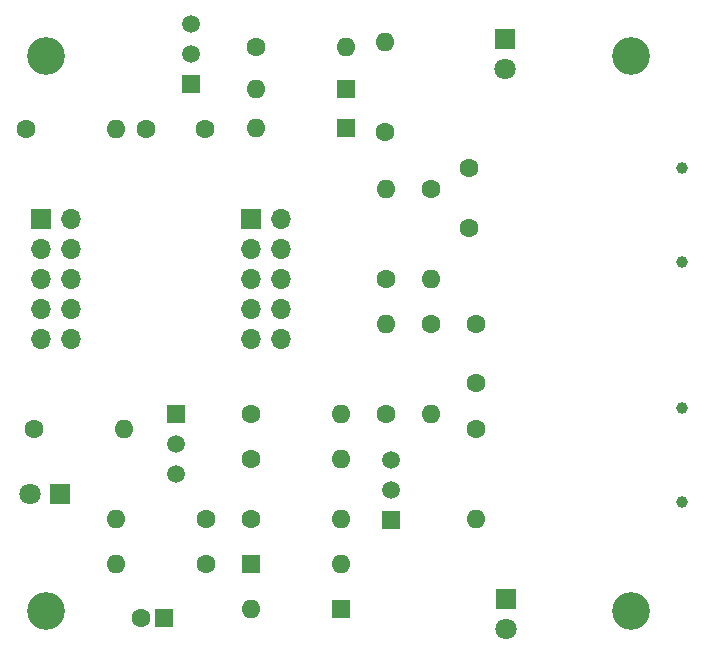
<source format=gbr>
%TF.GenerationSoftware,KiCad,Pcbnew,(6.0.2)*%
%TF.CreationDate,2022-06-24T04:05:14-05:00*%
%TF.ProjectId,ExtCard,45787443-6172-4642-9e6b-696361645f70,rev?*%
%TF.SameCoordinates,Original*%
%TF.FileFunction,Soldermask,Bot*%
%TF.FilePolarity,Negative*%
%FSLAX46Y46*%
G04 Gerber Fmt 4.6, Leading zero omitted, Abs format (unit mm)*
G04 Created by KiCad (PCBNEW (6.0.2)) date 2022-06-24 04:05:14*
%MOMM*%
%LPD*%
G01*
G04 APERTURE LIST*
%ADD10R,1.600000X1.600000*%
%ADD11O,1.600000X1.600000*%
%ADD12C,1.600000*%
%ADD13R,1.500000X1.500000*%
%ADD14C,1.500000*%
%ADD15C,1.800000*%
%ADD16R,1.800000X1.800000*%
%ADD17R,1.700000X1.700000*%
%ADD18O,1.700000X1.700000*%
%ADD19C,1.000000*%
%ADD20C,3.200000*%
G04 APERTURE END LIST*
D10*
%TO.C,D6*%
X89570000Y-132770000D03*
D11*
X97190000Y-132770000D03*
%TD*%
D12*
%TO.C,R2*%
X89570000Y-128960000D03*
D11*
X97190000Y-128960000D03*
%TD*%
D12*
%TO.C,R21*%
X101000000Y-120070000D03*
D11*
X101000000Y-112450000D03*
%TD*%
D10*
%TO.C,D9*%
X97580000Y-95896000D03*
D11*
X89960000Y-95896000D03*
%TD*%
D13*
%TO.C,Q2*%
X83220000Y-120070000D03*
D14*
X83220000Y-122610000D03*
X83220000Y-125150000D03*
%TD*%
D10*
%TO.C,D4*%
X97190000Y-136580000D03*
D11*
X89570000Y-136580000D03*
%TD*%
D12*
%TO.C,R31*%
X85760000Y-132770000D03*
D11*
X78140000Y-132770000D03*
%TD*%
D15*
%TO.C,D5*%
X111020000Y-90830000D03*
D16*
X111020000Y-88290000D03*
%TD*%
D10*
%TO.C,C17*%
X82225112Y-137310000D03*
D12*
X80225112Y-137310000D03*
%TD*%
D13*
%TO.C,Q1*%
X101420000Y-129010000D03*
D14*
X101420000Y-126470000D03*
X101420000Y-123930000D03*
%TD*%
D17*
%TO.C,J3*%
X89570000Y-103560000D03*
D18*
X92110000Y-103560000D03*
X89570000Y-106100000D03*
X92110000Y-106100000D03*
X89570000Y-108640000D03*
X92110000Y-108640000D03*
X89570000Y-111180000D03*
X92110000Y-111180000D03*
X89570000Y-113720000D03*
X92110000Y-113720000D03*
%TD*%
D12*
%TO.C,R25*%
X104810000Y-101020000D03*
D11*
X104810000Y-108640000D03*
%TD*%
D12*
%TO.C,R1*%
X89570000Y-120070000D03*
D11*
X97190000Y-120070000D03*
%TD*%
D13*
%TO.C,Q3*%
X84490000Y-92130000D03*
D14*
X84490000Y-89590000D03*
X84490000Y-87050000D03*
%TD*%
D19*
%TO.C,U13*%
X126040000Y-99240000D03*
X126040000Y-107240000D03*
%TD*%
D12*
%TO.C,C7*%
X108010000Y-104290000D03*
X108010000Y-99290000D03*
%TD*%
%TO.C,R5*%
X70520000Y-95940000D03*
D11*
X78140000Y-95940000D03*
%TD*%
D12*
%TO.C,R32*%
X108620000Y-121340000D03*
D11*
X108620000Y-128960000D03*
%TD*%
D17*
%TO.C,J1*%
X71790000Y-103560000D03*
D18*
X74330000Y-103560000D03*
X71790000Y-106100000D03*
X74330000Y-106100000D03*
X71790000Y-108640000D03*
X74330000Y-108640000D03*
X71790000Y-111180000D03*
X74330000Y-111180000D03*
X71790000Y-113720000D03*
X74330000Y-113720000D03*
%TD*%
D12*
%TO.C,R22*%
X104810000Y-112450000D03*
D11*
X104810000Y-120070000D03*
%TD*%
D12*
%TO.C,R3*%
X71180000Y-121330000D03*
D11*
X78800000Y-121330000D03*
%TD*%
D12*
%TO.C,R4*%
X89570000Y-123880000D03*
D11*
X97190000Y-123880000D03*
%TD*%
D12*
%TO.C,R23*%
X85760000Y-128960000D03*
D11*
X78140000Y-128960000D03*
%TD*%
D12*
%TO.C,R24*%
X101000000Y-108640000D03*
D11*
X101000000Y-101020000D03*
%TD*%
D16*
%TO.C,D7*%
X111160000Y-135720000D03*
D15*
X111160000Y-138260000D03*
%TD*%
D19*
%TO.C,U12*%
X126040000Y-119560000D03*
X126040000Y-127560000D03*
%TD*%
D12*
%TO.C,C6*%
X108620000Y-112450000D03*
X108620000Y-117450000D03*
%TD*%
D16*
%TO.C,D3*%
X73355000Y-126890000D03*
D15*
X70815000Y-126890000D03*
%TD*%
D20*
%TO.C,H1*%
X72180000Y-136790000D03*
%TD*%
D12*
%TO.C,C16*%
X80680000Y-95940000D03*
X85680000Y-95940000D03*
%TD*%
%TO.C,R30*%
X89960000Y-89038000D03*
D11*
X97580000Y-89038000D03*
%TD*%
D10*
%TO.C,D8*%
X97580000Y-92594000D03*
D11*
X89960000Y-92594000D03*
%TD*%
D12*
%TO.C,R33*%
X100930000Y-96240000D03*
D11*
X100930000Y-88620000D03*
%TD*%
D20*
%TO.C,H4*%
X121710000Y-89800000D03*
%TD*%
%TO.C,H3*%
X121710000Y-136790000D03*
%TD*%
%TO.C,H2*%
X72180000Y-89800000D03*
%TD*%
M02*

</source>
